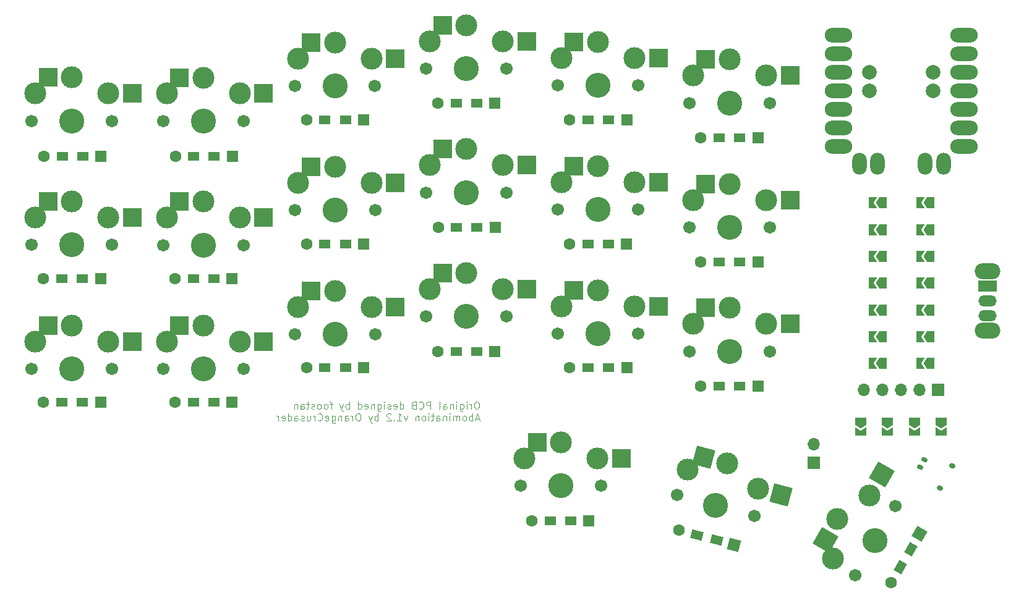
<source format=gbr>
%TF.GenerationSoftware,KiCad,Pcbnew,(6.0.0)*%
%TF.CreationDate,2023-02-19T18:14:09-06:00*%
%TF.ProjectId,corne-chocolate,636f726e-652d-4636-986f-636f6c617465,1.0*%
%TF.SameCoordinates,Original*%
%TF.FileFunction,Soldermask,Bot*%
%TF.FilePolarity,Negative*%
%FSLAX46Y46*%
G04 Gerber Fmt 4.6, Leading zero omitted, Abs format (unit mm)*
G04 Created by KiCad (PCBNEW (6.0.0)) date 2023-02-19 18:14:09*
%MOMM*%
%LPD*%
G01*
G04 APERTURE LIST*
G04 Aperture macros list*
%AMRoundRect*
0 Rectangle with rounded corners*
0 $1 Rounding radius*
0 $2 $3 $4 $5 $6 $7 $8 $9 X,Y pos of 4 corners*
0 Add a 4 corners polygon primitive as box body*
4,1,4,$2,$3,$4,$5,$6,$7,$8,$9,$2,$3,0*
0 Add four circle primitives for the rounded corners*
1,1,$1+$1,$2,$3*
1,1,$1+$1,$4,$5*
1,1,$1+$1,$6,$7*
1,1,$1+$1,$8,$9*
0 Add four rect primitives between the rounded corners*
20,1,$1+$1,$2,$3,$4,$5,0*
20,1,$1+$1,$4,$5,$6,$7,0*
20,1,$1+$1,$6,$7,$8,$9,0*
20,1,$1+$1,$8,$9,$2,$3,0*%
%AMRotRect*
0 Rectangle, with rotation*
0 The origin of the aperture is its center*
0 $1 length*
0 $2 width*
0 $3 Rotation angle, in degrees counterclockwise*
0 Add horizontal line*
21,1,$1,$2,0,0,$3*%
%AMFreePoly0*
4,1,6,1.000000,0.000000,0.500000,-0.750000,-0.500000,-0.750000,-0.500000,0.750000,0.500000,0.750000,1.000000,0.000000,1.000000,0.000000,$1*%
%AMFreePoly1*
4,1,6,0.500000,-0.750000,-0.650000,-0.750000,-0.150000,0.000000,-0.650000,0.750000,0.500000,0.750000,0.500000,-0.750000,0.500000,-0.750000,$1*%
G04 Aperture macros list end*
%ADD10C,0.125000*%
%ADD11O,3.748280X1.998980*%
%ADD12C,1.998980*%
%ADD13O,1.998980X2.998470*%
%ADD14C,1.000000*%
%ADD15R,1.600000X1.600000*%
%ADD16R,1.600000X1.200000*%
%ADD17C,1.600000*%
%ADD18RotRect,1.600000X1.600000X345.000000*%
%ADD19RotRect,1.600000X1.200000X345.000000*%
%ADD20RotRect,1.600000X1.200000X60.000000*%
%ADD21RotRect,1.600000X1.600000X60.000000*%
%ADD22C,3.000000*%
%ADD23C,1.701800*%
%ADD24C,3.429000*%
%ADD25R,2.600000X2.600000*%
%ADD26RotRect,2.600000X2.600000X165.000000*%
%ADD27RotRect,2.600000X2.600000X240.000000*%
%ADD28R,1.700000X1.700000*%
%ADD29O,1.700000X1.700000*%
%ADD30O,3.500000X2.200000*%
%ADD31R,2.500000X1.500000*%
%ADD32O,2.500000X1.500000*%
%ADD33FreePoly0,270.000000*%
%ADD34FreePoly1,270.000000*%
%ADD35FreePoly0,180.000000*%
%ADD36FreePoly1,180.000000*%
%ADD37RoundRect,0.150000X-0.163157X0.267404X-0.313157X0.007596X0.163157X-0.267404X0.313157X-0.007596X0*%
%ADD38RoundRect,0.175000X-0.107356X0.264054X-0.282356X-0.039054X0.107356X-0.264054X0.282356X0.039054X0*%
G04 APERTURE END LIST*
D10*
X-64259822Y-49647380D02*
X-64450298Y-49647380D01*
X-64545536Y-49695000D01*
X-64640774Y-49790238D01*
X-64688393Y-49980714D01*
X-64688393Y-50314047D01*
X-64640774Y-50504523D01*
X-64545536Y-50599761D01*
X-64450298Y-50647380D01*
X-64259822Y-50647380D01*
X-64164584Y-50599761D01*
X-64069346Y-50504523D01*
X-64021727Y-50314047D01*
X-64021727Y-49980714D01*
X-64069346Y-49790238D01*
X-64164584Y-49695000D01*
X-64259822Y-49647380D01*
X-65116965Y-50647380D02*
X-65116965Y-49980714D01*
X-65116965Y-50171190D02*
X-65164584Y-50075952D01*
X-65212203Y-50028333D01*
X-65307441Y-49980714D01*
X-65402679Y-49980714D01*
X-65736012Y-50647380D02*
X-65736012Y-49980714D01*
X-65736012Y-49647380D02*
X-65688393Y-49695000D01*
X-65736012Y-49742619D01*
X-65783631Y-49695000D01*
X-65736012Y-49647380D01*
X-65736012Y-49742619D01*
X-66640774Y-49980714D02*
X-66640774Y-50790238D01*
X-66593155Y-50885476D01*
X-66545536Y-50933095D01*
X-66450298Y-50980714D01*
X-66307441Y-50980714D01*
X-66212203Y-50933095D01*
X-66640774Y-50599761D02*
X-66545536Y-50647380D01*
X-66355060Y-50647380D01*
X-66259822Y-50599761D01*
X-66212203Y-50552142D01*
X-66164584Y-50456904D01*
X-66164584Y-50171190D01*
X-66212203Y-50075952D01*
X-66259822Y-50028333D01*
X-66355060Y-49980714D01*
X-66545536Y-49980714D01*
X-66640774Y-50028333D01*
X-67116965Y-50647380D02*
X-67116965Y-49980714D01*
X-67116965Y-49647380D02*
X-67069346Y-49695000D01*
X-67116965Y-49742619D01*
X-67164584Y-49695000D01*
X-67116965Y-49647380D01*
X-67116965Y-49742619D01*
X-67593155Y-49980714D02*
X-67593155Y-50647380D01*
X-67593155Y-50075952D02*
X-67640774Y-50028333D01*
X-67736012Y-49980714D01*
X-67878870Y-49980714D01*
X-67974108Y-50028333D01*
X-68021727Y-50123571D01*
X-68021727Y-50647380D01*
X-68926489Y-50647380D02*
X-68926489Y-50123571D01*
X-68878870Y-50028333D01*
X-68783631Y-49980714D01*
X-68593155Y-49980714D01*
X-68497917Y-50028333D01*
X-68926489Y-50599761D02*
X-68831250Y-50647380D01*
X-68593155Y-50647380D01*
X-68497917Y-50599761D01*
X-68450298Y-50504523D01*
X-68450298Y-50409285D01*
X-68497917Y-50314047D01*
X-68593155Y-50266428D01*
X-68831250Y-50266428D01*
X-68926489Y-50218809D01*
X-69545536Y-50647380D02*
X-69450298Y-50599761D01*
X-69402679Y-50504523D01*
X-69402679Y-49647380D01*
X-70688393Y-50647380D02*
X-70688393Y-49647380D01*
X-71069346Y-49647380D01*
X-71164584Y-49695000D01*
X-71212203Y-49742619D01*
X-71259822Y-49837857D01*
X-71259822Y-49980714D01*
X-71212203Y-50075952D01*
X-71164584Y-50123571D01*
X-71069346Y-50171190D01*
X-70688393Y-50171190D01*
X-72259822Y-50552142D02*
X-72212203Y-50599761D01*
X-72069346Y-50647380D01*
X-71974108Y-50647380D01*
X-71831250Y-50599761D01*
X-71736012Y-50504523D01*
X-71688393Y-50409285D01*
X-71640774Y-50218809D01*
X-71640774Y-50075952D01*
X-71688393Y-49885476D01*
X-71736012Y-49790238D01*
X-71831250Y-49695000D01*
X-71974108Y-49647380D01*
X-72069346Y-49647380D01*
X-72212203Y-49695000D01*
X-72259822Y-49742619D01*
X-73021727Y-50123571D02*
X-73164584Y-50171190D01*
X-73212203Y-50218809D01*
X-73259822Y-50314047D01*
X-73259822Y-50456904D01*
X-73212203Y-50552142D01*
X-73164584Y-50599761D01*
X-73069346Y-50647380D01*
X-72688393Y-50647380D01*
X-72688393Y-49647380D01*
X-73021727Y-49647380D01*
X-73116965Y-49695000D01*
X-73164584Y-49742619D01*
X-73212203Y-49837857D01*
X-73212203Y-49933095D01*
X-73164584Y-50028333D01*
X-73116965Y-50075952D01*
X-73021727Y-50123571D01*
X-72688393Y-50123571D01*
X-74878870Y-50647380D02*
X-74878870Y-49647380D01*
X-74878870Y-50599761D02*
X-74783631Y-50647380D01*
X-74593155Y-50647380D01*
X-74497917Y-50599761D01*
X-74450298Y-50552142D01*
X-74402679Y-50456904D01*
X-74402679Y-50171190D01*
X-74450298Y-50075952D01*
X-74497917Y-50028333D01*
X-74593155Y-49980714D01*
X-74783631Y-49980714D01*
X-74878870Y-50028333D01*
X-75736012Y-50599761D02*
X-75640774Y-50647380D01*
X-75450298Y-50647380D01*
X-75355060Y-50599761D01*
X-75307441Y-50504523D01*
X-75307441Y-50123571D01*
X-75355060Y-50028333D01*
X-75450298Y-49980714D01*
X-75640774Y-49980714D01*
X-75736012Y-50028333D01*
X-75783631Y-50123571D01*
X-75783631Y-50218809D01*
X-75307441Y-50314047D01*
X-76164584Y-50599761D02*
X-76259822Y-50647380D01*
X-76450298Y-50647380D01*
X-76545536Y-50599761D01*
X-76593155Y-50504523D01*
X-76593155Y-50456904D01*
X-76545536Y-50361666D01*
X-76450298Y-50314047D01*
X-76307441Y-50314047D01*
X-76212203Y-50266428D01*
X-76164584Y-50171190D01*
X-76164584Y-50123571D01*
X-76212203Y-50028333D01*
X-76307441Y-49980714D01*
X-76450298Y-49980714D01*
X-76545536Y-50028333D01*
X-77021727Y-50647380D02*
X-77021727Y-49980714D01*
X-77021727Y-49647380D02*
X-76974108Y-49695000D01*
X-77021727Y-49742619D01*
X-77069346Y-49695000D01*
X-77021727Y-49647380D01*
X-77021727Y-49742619D01*
X-77926489Y-49980714D02*
X-77926489Y-50790238D01*
X-77878870Y-50885476D01*
X-77831250Y-50933095D01*
X-77736012Y-50980714D01*
X-77593155Y-50980714D01*
X-77497917Y-50933095D01*
X-77926489Y-50599761D02*
X-77831250Y-50647380D01*
X-77640774Y-50647380D01*
X-77545536Y-50599761D01*
X-77497917Y-50552142D01*
X-77450298Y-50456904D01*
X-77450298Y-50171190D01*
X-77497917Y-50075952D01*
X-77545536Y-50028333D01*
X-77640774Y-49980714D01*
X-77831250Y-49980714D01*
X-77926489Y-50028333D01*
X-78402679Y-49980714D02*
X-78402679Y-50647380D01*
X-78402679Y-50075952D02*
X-78450298Y-50028333D01*
X-78545536Y-49980714D01*
X-78688393Y-49980714D01*
X-78783631Y-50028333D01*
X-78831250Y-50123571D01*
X-78831250Y-50647380D01*
X-79688393Y-50599761D02*
X-79593155Y-50647380D01*
X-79402679Y-50647380D01*
X-79307441Y-50599761D01*
X-79259822Y-50504523D01*
X-79259822Y-50123571D01*
X-79307441Y-50028333D01*
X-79402679Y-49980714D01*
X-79593155Y-49980714D01*
X-79688393Y-50028333D01*
X-79736012Y-50123571D01*
X-79736012Y-50218809D01*
X-79259822Y-50314047D01*
X-80593155Y-50647380D02*
X-80593155Y-49647380D01*
X-80593155Y-50599761D02*
X-80497917Y-50647380D01*
X-80307441Y-50647380D01*
X-80212203Y-50599761D01*
X-80164584Y-50552142D01*
X-80116965Y-50456904D01*
X-80116965Y-50171190D01*
X-80164584Y-50075952D01*
X-80212203Y-50028333D01*
X-80307441Y-49980714D01*
X-80497917Y-49980714D01*
X-80593155Y-50028333D01*
X-81831250Y-50647380D02*
X-81831250Y-49647380D01*
X-81831250Y-50028333D02*
X-81926489Y-49980714D01*
X-82116965Y-49980714D01*
X-82212203Y-50028333D01*
X-82259822Y-50075952D01*
X-82307441Y-50171190D01*
X-82307441Y-50456904D01*
X-82259822Y-50552142D01*
X-82212203Y-50599761D01*
X-82116965Y-50647380D01*
X-81926489Y-50647380D01*
X-81831250Y-50599761D01*
X-82640774Y-49980714D02*
X-82878870Y-50647380D01*
X-83116965Y-49980714D02*
X-82878870Y-50647380D01*
X-82783631Y-50885476D01*
X-82736012Y-50933095D01*
X-82640774Y-50980714D01*
X-84116965Y-49980714D02*
X-84497917Y-49980714D01*
X-84259822Y-50647380D02*
X-84259822Y-49790238D01*
X-84307441Y-49695000D01*
X-84402679Y-49647380D01*
X-84497917Y-49647380D01*
X-84974108Y-50647380D02*
X-84878870Y-50599761D01*
X-84831250Y-50552142D01*
X-84783631Y-50456904D01*
X-84783631Y-50171190D01*
X-84831250Y-50075952D01*
X-84878870Y-50028333D01*
X-84974108Y-49980714D01*
X-85116965Y-49980714D01*
X-85212203Y-50028333D01*
X-85259822Y-50075952D01*
X-85307441Y-50171190D01*
X-85307441Y-50456904D01*
X-85259822Y-50552142D01*
X-85212203Y-50599761D01*
X-85116965Y-50647380D01*
X-84974108Y-50647380D01*
X-85878870Y-50647380D02*
X-85783631Y-50599761D01*
X-85736012Y-50552142D01*
X-85688393Y-50456904D01*
X-85688393Y-50171190D01*
X-85736012Y-50075952D01*
X-85783631Y-50028333D01*
X-85878870Y-49980714D01*
X-86021727Y-49980714D01*
X-86116965Y-50028333D01*
X-86164584Y-50075952D01*
X-86212203Y-50171190D01*
X-86212203Y-50456904D01*
X-86164584Y-50552142D01*
X-86116965Y-50599761D01*
X-86021727Y-50647380D01*
X-85878870Y-50647380D01*
X-86593155Y-50599761D02*
X-86688393Y-50647380D01*
X-86878870Y-50647380D01*
X-86974108Y-50599761D01*
X-87021727Y-50504523D01*
X-87021727Y-50456904D01*
X-86974108Y-50361666D01*
X-86878870Y-50314047D01*
X-86736012Y-50314047D01*
X-86640774Y-50266428D01*
X-86593155Y-50171190D01*
X-86593155Y-50123571D01*
X-86640774Y-50028333D01*
X-86736012Y-49980714D01*
X-86878870Y-49980714D01*
X-86974108Y-50028333D01*
X-87307441Y-49980714D02*
X-87688393Y-49980714D01*
X-87450298Y-49647380D02*
X-87450298Y-50504523D01*
X-87497917Y-50599761D01*
X-87593155Y-50647380D01*
X-87688393Y-50647380D01*
X-88450298Y-50647380D02*
X-88450298Y-50123571D01*
X-88402679Y-50028333D01*
X-88307441Y-49980714D01*
X-88116965Y-49980714D01*
X-88021727Y-50028333D01*
X-88450298Y-50599761D02*
X-88355060Y-50647380D01*
X-88116965Y-50647380D01*
X-88021727Y-50599761D01*
X-87974108Y-50504523D01*
X-87974108Y-50409285D01*
X-88021727Y-50314047D01*
X-88116965Y-50266428D01*
X-88355060Y-50266428D01*
X-88450298Y-50218809D01*
X-88926489Y-49980714D02*
X-88926489Y-50647380D01*
X-88926489Y-50075952D02*
X-88974108Y-50028333D01*
X-89069346Y-49980714D01*
X-89212203Y-49980714D01*
X-89307441Y-50028333D01*
X-89355060Y-50123571D01*
X-89355060Y-50647380D01*
X-64021727Y-51971666D02*
X-64497917Y-51971666D01*
X-63926489Y-52257380D02*
X-64259822Y-51257380D01*
X-64593155Y-52257380D01*
X-64926489Y-52257380D02*
X-64926489Y-51257380D01*
X-64926489Y-51638333D02*
X-65021727Y-51590714D01*
X-65212203Y-51590714D01*
X-65307441Y-51638333D01*
X-65355060Y-51685952D01*
X-65402679Y-51781190D01*
X-65402679Y-52066904D01*
X-65355060Y-52162142D01*
X-65307441Y-52209761D01*
X-65212203Y-52257380D01*
X-65021727Y-52257380D01*
X-64926489Y-52209761D01*
X-65974108Y-52257380D02*
X-65878870Y-52209761D01*
X-65831250Y-52162142D01*
X-65783631Y-52066904D01*
X-65783631Y-51781190D01*
X-65831250Y-51685952D01*
X-65878870Y-51638333D01*
X-65974108Y-51590714D01*
X-66116965Y-51590714D01*
X-66212203Y-51638333D01*
X-66259822Y-51685952D01*
X-66307441Y-51781190D01*
X-66307441Y-52066904D01*
X-66259822Y-52162142D01*
X-66212203Y-52209761D01*
X-66116965Y-52257380D01*
X-65974108Y-52257380D01*
X-66736012Y-52257380D02*
X-66736012Y-51590714D01*
X-66736012Y-51685952D02*
X-66783631Y-51638333D01*
X-66878870Y-51590714D01*
X-67021727Y-51590714D01*
X-67116965Y-51638333D01*
X-67164584Y-51733571D01*
X-67164584Y-52257380D01*
X-67164584Y-51733571D02*
X-67212203Y-51638333D01*
X-67307441Y-51590714D01*
X-67450298Y-51590714D01*
X-67545536Y-51638333D01*
X-67593155Y-51733571D01*
X-67593155Y-52257380D01*
X-68069346Y-52257380D02*
X-68069346Y-51590714D01*
X-68069346Y-51257380D02*
X-68021727Y-51305000D01*
X-68069346Y-51352619D01*
X-68116965Y-51305000D01*
X-68069346Y-51257380D01*
X-68069346Y-51352619D01*
X-68545536Y-51590714D02*
X-68545536Y-52257380D01*
X-68545536Y-51685952D02*
X-68593155Y-51638333D01*
X-68688393Y-51590714D01*
X-68831250Y-51590714D01*
X-68926489Y-51638333D01*
X-68974108Y-51733571D01*
X-68974108Y-52257380D01*
X-69878870Y-52257380D02*
X-69878870Y-51733571D01*
X-69831250Y-51638333D01*
X-69736012Y-51590714D01*
X-69545536Y-51590714D01*
X-69450298Y-51638333D01*
X-69878870Y-52209761D02*
X-69783631Y-52257380D01*
X-69545536Y-52257380D01*
X-69450298Y-52209761D01*
X-69402679Y-52114523D01*
X-69402679Y-52019285D01*
X-69450298Y-51924047D01*
X-69545536Y-51876428D01*
X-69783631Y-51876428D01*
X-69878870Y-51828809D01*
X-70212203Y-51590714D02*
X-70593155Y-51590714D01*
X-70355060Y-51257380D02*
X-70355060Y-52114523D01*
X-70402679Y-52209761D01*
X-70497917Y-52257380D01*
X-70593155Y-52257380D01*
X-70926489Y-52257380D02*
X-70926489Y-51590714D01*
X-70926489Y-51257380D02*
X-70878870Y-51305000D01*
X-70926489Y-51352619D01*
X-70974108Y-51305000D01*
X-70926489Y-51257380D01*
X-70926489Y-51352619D01*
X-71545536Y-52257380D02*
X-71450298Y-52209761D01*
X-71402679Y-52162142D01*
X-71355060Y-52066904D01*
X-71355060Y-51781190D01*
X-71402679Y-51685952D01*
X-71450298Y-51638333D01*
X-71545536Y-51590714D01*
X-71688393Y-51590714D01*
X-71783631Y-51638333D01*
X-71831250Y-51685952D01*
X-71878870Y-51781190D01*
X-71878870Y-52066904D01*
X-71831250Y-52162142D01*
X-71783631Y-52209761D01*
X-71688393Y-52257380D01*
X-71545536Y-52257380D01*
X-72307441Y-51590714D02*
X-72307441Y-52257380D01*
X-72307441Y-51685952D02*
X-72355060Y-51638333D01*
X-72450298Y-51590714D01*
X-72593155Y-51590714D01*
X-72688393Y-51638333D01*
X-72736012Y-51733571D01*
X-72736012Y-52257380D01*
X-73878870Y-51590714D02*
X-74116965Y-52257380D01*
X-74355060Y-51590714D01*
X-75259822Y-52257380D02*
X-74688393Y-52257380D01*
X-74974108Y-52257380D02*
X-74974108Y-51257380D01*
X-74878870Y-51400238D01*
X-74783631Y-51495476D01*
X-74688393Y-51543095D01*
X-75688393Y-52162142D02*
X-75736012Y-52209761D01*
X-75688393Y-52257380D01*
X-75640774Y-52209761D01*
X-75688393Y-52162142D01*
X-75688393Y-52257380D01*
X-76116965Y-51352619D02*
X-76164584Y-51305000D01*
X-76259822Y-51257380D01*
X-76497917Y-51257380D01*
X-76593155Y-51305000D01*
X-76640774Y-51352619D01*
X-76688393Y-51447857D01*
X-76688393Y-51543095D01*
X-76640774Y-51685952D01*
X-76069346Y-52257380D01*
X-76688393Y-52257380D01*
X-77878870Y-52257380D02*
X-77878870Y-51257380D01*
X-77878870Y-51638333D02*
X-77974108Y-51590714D01*
X-78164584Y-51590714D01*
X-78259822Y-51638333D01*
X-78307441Y-51685952D01*
X-78355060Y-51781190D01*
X-78355060Y-52066904D01*
X-78307441Y-52162142D01*
X-78259822Y-52209761D01*
X-78164584Y-52257380D01*
X-77974108Y-52257380D01*
X-77878870Y-52209761D01*
X-78688393Y-51590714D02*
X-78926489Y-52257380D01*
X-79164584Y-51590714D02*
X-78926489Y-52257380D01*
X-78831250Y-52495476D01*
X-78783631Y-52543095D01*
X-78688393Y-52590714D01*
X-80497917Y-51257380D02*
X-80688393Y-51257380D01*
X-80783631Y-51305000D01*
X-80878870Y-51400238D01*
X-80926489Y-51590714D01*
X-80926489Y-51924047D01*
X-80878870Y-52114523D01*
X-80783631Y-52209761D01*
X-80688393Y-52257380D01*
X-80497917Y-52257380D01*
X-80402679Y-52209761D01*
X-80307441Y-52114523D01*
X-80259822Y-51924047D01*
X-80259822Y-51590714D01*
X-80307441Y-51400238D01*
X-80402679Y-51305000D01*
X-80497917Y-51257380D01*
X-81355060Y-52257380D02*
X-81355060Y-51590714D01*
X-81355060Y-51781190D02*
X-81402679Y-51685952D01*
X-81450298Y-51638333D01*
X-81545536Y-51590714D01*
X-81640774Y-51590714D01*
X-82402679Y-52257380D02*
X-82402679Y-51733571D01*
X-82355060Y-51638333D01*
X-82259822Y-51590714D01*
X-82069346Y-51590714D01*
X-81974108Y-51638333D01*
X-82402679Y-52209761D02*
X-82307441Y-52257380D01*
X-82069346Y-52257380D01*
X-81974108Y-52209761D01*
X-81926489Y-52114523D01*
X-81926489Y-52019285D01*
X-81974108Y-51924047D01*
X-82069346Y-51876428D01*
X-82307441Y-51876428D01*
X-82402679Y-51828809D01*
X-82878870Y-51590714D02*
X-82878870Y-52257380D01*
X-82878870Y-51685952D02*
X-82926489Y-51638333D01*
X-83021727Y-51590714D01*
X-83164584Y-51590714D01*
X-83259822Y-51638333D01*
X-83307441Y-51733571D01*
X-83307441Y-52257380D01*
X-84212203Y-51590714D02*
X-84212203Y-52400238D01*
X-84164584Y-52495476D01*
X-84116965Y-52543095D01*
X-84021727Y-52590714D01*
X-83878870Y-52590714D01*
X-83783631Y-52543095D01*
X-84212203Y-52209761D02*
X-84116965Y-52257380D01*
X-83926489Y-52257380D01*
X-83831250Y-52209761D01*
X-83783631Y-52162142D01*
X-83736012Y-52066904D01*
X-83736012Y-51781190D01*
X-83783631Y-51685952D01*
X-83831250Y-51638333D01*
X-83926489Y-51590714D01*
X-84116965Y-51590714D01*
X-84212203Y-51638333D01*
X-85069346Y-52209761D02*
X-84974108Y-52257380D01*
X-84783631Y-52257380D01*
X-84688393Y-52209761D01*
X-84640774Y-52114523D01*
X-84640774Y-51733571D01*
X-84688393Y-51638333D01*
X-84783631Y-51590714D01*
X-84974108Y-51590714D01*
X-85069346Y-51638333D01*
X-85116965Y-51733571D01*
X-85116965Y-51828809D01*
X-84640774Y-51924047D01*
X-86116965Y-52162142D02*
X-86069346Y-52209761D01*
X-85926489Y-52257380D01*
X-85831250Y-52257380D01*
X-85688393Y-52209761D01*
X-85593155Y-52114523D01*
X-85545536Y-52019285D01*
X-85497917Y-51828809D01*
X-85497917Y-51685952D01*
X-85545536Y-51495476D01*
X-85593155Y-51400238D01*
X-85688393Y-51305000D01*
X-85831250Y-51257380D01*
X-85926489Y-51257380D01*
X-86069346Y-51305000D01*
X-86116965Y-51352619D01*
X-86545536Y-52257380D02*
X-86545536Y-51590714D01*
X-86545536Y-51781190D02*
X-86593155Y-51685952D01*
X-86640774Y-51638333D01*
X-86736012Y-51590714D01*
X-86831250Y-51590714D01*
X-87593155Y-51590714D02*
X-87593155Y-52257380D01*
X-87164584Y-51590714D02*
X-87164584Y-52114523D01*
X-87212203Y-52209761D01*
X-87307441Y-52257380D01*
X-87450298Y-52257380D01*
X-87545536Y-52209761D01*
X-87593155Y-52162142D01*
X-88021727Y-52209761D02*
X-88116965Y-52257380D01*
X-88307441Y-52257380D01*
X-88402679Y-52209761D01*
X-88450298Y-52114523D01*
X-88450298Y-52066904D01*
X-88402679Y-51971666D01*
X-88307441Y-51924047D01*
X-88164584Y-51924047D01*
X-88069346Y-51876428D01*
X-88021727Y-51781190D01*
X-88021727Y-51733571D01*
X-88069346Y-51638333D01*
X-88164584Y-51590714D01*
X-88307441Y-51590714D01*
X-88402679Y-51638333D01*
X-89307441Y-52257380D02*
X-89307441Y-51733571D01*
X-89259822Y-51638333D01*
X-89164584Y-51590714D01*
X-88974108Y-51590714D01*
X-88878870Y-51638333D01*
X-89307441Y-52209761D02*
X-89212203Y-52257380D01*
X-88974108Y-52257380D01*
X-88878870Y-52209761D01*
X-88831250Y-52114523D01*
X-88831250Y-52019285D01*
X-88878870Y-51924047D01*
X-88974108Y-51876428D01*
X-89212203Y-51876428D01*
X-89307441Y-51828809D01*
X-90212203Y-52257380D02*
X-90212203Y-51257380D01*
X-90212203Y-52209761D02*
X-90116965Y-52257380D01*
X-89926489Y-52257380D01*
X-89831250Y-52209761D01*
X-89783631Y-52162142D01*
X-89736012Y-52066904D01*
X-89736012Y-51781190D01*
X-89783631Y-51685952D01*
X-89831250Y-51638333D01*
X-89926489Y-51590714D01*
X-90116965Y-51590714D01*
X-90212203Y-51638333D01*
X-91069346Y-52209761D02*
X-90974108Y-52257380D01*
X-90783631Y-52257380D01*
X-90688393Y-52209761D01*
X-90640774Y-52114523D01*
X-90640774Y-51733571D01*
X-90688393Y-51638333D01*
X-90783631Y-51590714D01*
X-90974108Y-51590714D01*
X-91069346Y-51638333D01*
X-91116965Y-51733571D01*
X-91116965Y-51828809D01*
X-90640774Y-51924047D01*
X-91545536Y-52257380D02*
X-91545536Y-51590714D01*
X-91545536Y-51781190D02*
X-91593155Y-51685952D01*
X-91640774Y-51638333D01*
X-91736012Y-51590714D01*
X-91831250Y-51590714D01*
D11*
%TO.C,U1*%
X-14812280Y564120D03*
X-14812280Y-1975880D03*
X-14812280Y-4515880D03*
X-14812280Y-7055880D03*
X-14812280Y-9595880D03*
X-14812280Y-12135880D03*
X-14812280Y-14675880D03*
X2352280Y-14675880D03*
X2352280Y-12135880D03*
X2352280Y-9595880D03*
X2352280Y-7055880D03*
X2352280Y-4515880D03*
X2352280Y-1975880D03*
X2352280Y564120D03*
D12*
X-10573400Y-4515880D03*
X-1885400Y-4515880D03*
X-10573400Y-7055880D03*
X-1885400Y-7055880D03*
D13*
X-9488700Y-17073700D03*
D14*
X-2945400Y-17933700D03*
D13*
X-2935400Y-17073700D03*
D14*
X-9485400Y-17953700D03*
D13*
X-11977900Y-17073700D03*
D14*
X-455400Y-17933700D03*
X-12005400Y-17973700D03*
D13*
X-446200Y-17073700D03*
%TD*%
D15*
%TO.C,D1*%
X-115825000Y-16000000D03*
D16*
X-118325000Y-16000000D03*
X-121125000Y-16000000D03*
D17*
X-123625000Y-16000000D03*
%TD*%
D16*
%TO.C,D2*%
X-100325000Y-16000000D03*
D15*
X-97825000Y-16000000D03*
D16*
X-103125000Y-16000000D03*
D17*
X-105625000Y-16000000D03*
%TD*%
D15*
%TO.C,D3*%
X-79850000Y-11000000D03*
D16*
X-82350000Y-11000000D03*
X-85150000Y-11000000D03*
D17*
X-87650000Y-11000000D03*
%TD*%
D16*
%TO.C,D4*%
X-64375000Y-8750000D03*
D15*
X-61875000Y-8750000D03*
D16*
X-67175000Y-8750000D03*
D17*
X-69675000Y-8750000D03*
%TD*%
D16*
%TO.C,D5*%
X-46325000Y-11000000D03*
D15*
X-43825000Y-11000000D03*
D16*
X-49125000Y-11000000D03*
D17*
X-51625000Y-11000000D03*
%TD*%
D15*
%TO.C,D6*%
X-25875000Y-13500000D03*
D16*
X-28375000Y-13500000D03*
D17*
X-33675000Y-13500000D03*
D16*
X-31175000Y-13500000D03*
%TD*%
%TO.C,D8*%
X-100375000Y-32750000D03*
D15*
X-97875000Y-32750000D03*
D16*
X-103175000Y-32750000D03*
D17*
X-105675000Y-32750000D03*
%TD*%
D16*
%TO.C,D9*%
X-82350000Y-28000000D03*
D15*
X-79850000Y-28000000D03*
D17*
X-87650000Y-28000000D03*
D16*
X-85150000Y-28000000D03*
%TD*%
D15*
%TO.C,D10*%
X-61850000Y-25750000D03*
D16*
X-64350000Y-25750000D03*
X-67150000Y-25750000D03*
D17*
X-69650000Y-25750000D03*
%TD*%
D16*
%TO.C,D11*%
X-46350000Y-28000000D03*
D15*
X-43850000Y-28000000D03*
D16*
X-49150000Y-28000000D03*
D17*
X-51650000Y-28000000D03*
%TD*%
D16*
%TO.C,D12*%
X-28375000Y-30500000D03*
D15*
X-25875000Y-30500000D03*
D16*
X-31175000Y-30500000D03*
D17*
X-33675000Y-30500000D03*
%TD*%
D15*
%TO.C,D14*%
X-97875000Y-49750000D03*
D16*
X-100375000Y-49750000D03*
D17*
X-105675000Y-49750000D03*
D16*
X-103175000Y-49750000D03*
%TD*%
%TO.C,D15*%
X-82350000Y-45000000D03*
D15*
X-79850000Y-45000000D03*
D16*
X-85150000Y-45000000D03*
D17*
X-87650000Y-45000000D03*
%TD*%
D16*
%TO.C,D16*%
X-64375000Y-42750000D03*
D15*
X-61875000Y-42750000D03*
D16*
X-67175000Y-42750000D03*
D17*
X-69675000Y-42750000D03*
%TD*%
D16*
%TO.C,D17*%
X-46325000Y-45000000D03*
D15*
X-43825000Y-45000000D03*
D16*
X-49125000Y-45000000D03*
D17*
X-51625000Y-45000000D03*
%TD*%
D16*
%TO.C,D18*%
X-28375000Y-47500000D03*
D15*
X-25875000Y-47500000D03*
D17*
X-33675000Y-47500000D03*
D16*
X-31175000Y-47500000D03*
%TD*%
D15*
%TO.C,D19*%
X-49025000Y-65949000D03*
D16*
X-51525000Y-65949000D03*
X-54325000Y-65949000D03*
D17*
X-56825000Y-65949000D03*
%TD*%
D18*
%TO.C,D20*%
X-29122889Y-69249394D03*
D19*
X-31537704Y-68602347D03*
X-34242296Y-67877653D03*
D17*
X-36657111Y-67230606D03*
%TD*%
D20*
%TO.C,D21*%
X-4963000Y-69873564D03*
D21*
X-3713000Y-67708501D03*
D20*
X-6363000Y-72298436D03*
D17*
X-7613000Y-74463499D03*
%TD*%
D22*
%TO.C,SW1*%
X-119797200Y-5219600D03*
D23*
X-125297200Y-11169600D03*
X-114297200Y-11169600D03*
D22*
X-114797200Y-7419600D03*
X-124797200Y-7419600D03*
D24*
X-119797200Y-11169600D03*
D25*
X-123072200Y-5219600D03*
X-111522200Y-7419600D03*
%TD*%
D23*
%TO.C,SW2*%
X-96303100Y-11173400D03*
D22*
X-106803100Y-7423400D03*
D24*
X-101803100Y-11173400D03*
D22*
X-101803100Y-5223400D03*
X-96803100Y-7423400D03*
D23*
X-107303100Y-11173400D03*
D25*
X-105078100Y-5223400D03*
X-93528100Y-7423400D03*
%TD*%
D24*
%TO.C,SW3*%
X-83789000Y-6396600D03*
D23*
X-78289000Y-6396600D03*
X-89289000Y-6396600D03*
D22*
X-83789000Y-446600D03*
X-78789000Y-2646600D03*
X-88789000Y-2646600D03*
D25*
X-87064000Y-446600D03*
X-75514000Y-2646600D03*
%TD*%
D22*
%TO.C,SW4*%
X-70779000Y-236800D03*
D23*
X-71279000Y-3986800D03*
D22*
X-65779000Y1963200D03*
X-60779000Y-236800D03*
D23*
X-60279000Y-3986800D03*
D24*
X-65779000Y-3986800D03*
D25*
X-69054000Y1963200D03*
X-57504000Y-236800D03*
%TD*%
D23*
%TO.C,SW5*%
X-53263000Y-6307900D03*
X-42263000Y-6307900D03*
D22*
X-52763000Y-2557900D03*
D24*
X-47763000Y-6307900D03*
D22*
X-42763000Y-2557900D03*
X-47763000Y-357900D03*
D25*
X-51038000Y-357900D03*
X-39488000Y-2557900D03*
%TD*%
D24*
%TO.C,SW6*%
X-29750000Y-8708900D03*
D22*
X-29750000Y-2758900D03*
X-24750000Y-4958900D03*
D23*
X-24250000Y-8708900D03*
D22*
X-34750000Y-4958900D03*
D23*
X-35250000Y-8708900D03*
D25*
X-33025000Y-2758900D03*
X-21475000Y-4958900D03*
%TD*%
D22*
%TO.C,SW7*%
X-114797200Y-24402500D03*
D23*
X-114297200Y-28152500D03*
D22*
X-124797200Y-24402500D03*
D24*
X-119797200Y-28152500D03*
D23*
X-125297200Y-28152500D03*
D22*
X-119797200Y-22202500D03*
D25*
X-123072200Y-22202500D03*
X-111522200Y-24402500D03*
%TD*%
D23*
%TO.C,SW8*%
X-107303100Y-28187000D03*
D24*
X-101803100Y-28187000D03*
D22*
X-106803100Y-24437000D03*
X-96803100Y-24437000D03*
X-101803100Y-22237000D03*
D23*
X-96303100Y-28187000D03*
D25*
X-105078100Y-22237000D03*
X-93528100Y-24437000D03*
%TD*%
D23*
%TO.C,SW9*%
X-89287000Y-23385200D03*
D22*
X-78787000Y-19635200D03*
D23*
X-78287000Y-23385200D03*
D22*
X-83787000Y-17435200D03*
X-88787000Y-19635200D03*
D24*
X-83787000Y-23385200D03*
D25*
X-87062000Y-17435200D03*
X-75512000Y-19635200D03*
%TD*%
D23*
%TO.C,SW10*%
X-60272000Y-20988000D03*
X-71272000Y-20988000D03*
D22*
X-70772000Y-17238000D03*
X-65772000Y-15038000D03*
D24*
X-65772000Y-20988000D03*
D22*
X-60772000Y-17238000D03*
D25*
X-69047000Y-15038000D03*
X-57497000Y-17238000D03*
%TD*%
D22*
%TO.C,SW11*%
X-52763000Y-19572700D03*
X-42763000Y-19572700D03*
X-47763000Y-17372700D03*
D23*
X-53263000Y-23322700D03*
D24*
X-47763000Y-23322700D03*
D23*
X-42263000Y-23322700D03*
D25*
X-51038000Y-17372700D03*
X-39488000Y-19572700D03*
%TD*%
D22*
%TO.C,SW12*%
X-29750000Y-19800000D03*
D23*
X-35250000Y-25750000D03*
X-24250000Y-25750000D03*
D22*
X-34750000Y-22000000D03*
X-24750000Y-22000000D03*
D24*
X-29750000Y-25750000D03*
D25*
X-33025000Y-19800000D03*
X-21475000Y-22000000D03*
%TD*%
D22*
%TO.C,SW13*%
X-124797200Y-41433000D03*
X-114797200Y-41433000D03*
D24*
X-119797200Y-45183000D03*
D22*
X-119797200Y-39233000D03*
D23*
X-125297200Y-45183000D03*
X-114297200Y-45183000D03*
D25*
X-123072200Y-39233000D03*
X-111522200Y-41433000D03*
%TD*%
D23*
%TO.C,SW14*%
X-96303100Y-45171000D03*
D22*
X-96803100Y-41421000D03*
D23*
X-107303100Y-45171000D03*
D24*
X-101803100Y-45171000D03*
D22*
X-101803100Y-39221000D03*
X-106803100Y-41421000D03*
D25*
X-105078100Y-39221000D03*
X-93528100Y-41421000D03*
%TD*%
D22*
%TO.C,SW15*%
X-88786000Y-36648000D03*
X-78786000Y-36648000D03*
D24*
X-83786000Y-40398000D03*
D23*
X-78286000Y-40398000D03*
X-89286000Y-40398000D03*
D22*
X-83786000Y-34448000D03*
D25*
X-87061000Y-34448000D03*
X-75511000Y-36648000D03*
%TD*%
D23*
%TO.C,SW16*%
X-71283000Y-37977000D03*
D22*
X-70783000Y-34227000D03*
D23*
X-60283000Y-37977000D03*
D22*
X-65783000Y-32027000D03*
X-60783000Y-34227000D03*
D24*
X-65783000Y-37977000D03*
D25*
X-69058000Y-32027000D03*
X-57508000Y-34227000D03*
%TD*%
D22*
%TO.C,SW17*%
X-52763000Y-36564000D03*
X-42763000Y-36564000D03*
X-47763000Y-34364000D03*
D23*
X-53263000Y-40314000D03*
D24*
X-47763000Y-40314000D03*
D23*
X-42263000Y-40314000D03*
D25*
X-51038000Y-34364000D03*
X-39488000Y-36564000D03*
%TD*%
D22*
%TO.C,SW19*%
X-52815000Y-55200000D03*
D23*
X-47315000Y-61150000D03*
X-58315000Y-61150000D03*
D22*
X-57815000Y-57400000D03*
X-47815000Y-57400000D03*
D24*
X-52815000Y-61150000D03*
D25*
X-56090000Y-55200000D03*
X-44540000Y-57400000D03*
%TD*%
D22*
%TO.C,SW20*%
X-30096027Y-58115741D03*
D23*
X-36948592Y-62439495D03*
D22*
X-35495058Y-58946683D03*
D23*
X-26323408Y-65286505D03*
D24*
X-31636000Y-63863000D03*
D22*
X-25835799Y-61534873D03*
D26*
X-33259434Y-57268109D03*
X-22672392Y-62382506D03*
%TD*%
D22*
%TO.C,SW21*%
X-10562595Y-62494873D03*
D23*
X-7065000Y-63936860D03*
D22*
X-14967851Y-65725000D03*
D23*
X-12565000Y-73463140D03*
D22*
X-15562595Y-71155127D03*
D24*
X-9815000Y-68700000D03*
D27*
X-16605351Y-68561233D03*
X-8925095Y-59658640D03*
%TD*%
D23*
%TO.C,SW18*%
X-24243000Y-42740000D03*
D22*
X-29743000Y-36790000D03*
X-24743000Y-38990000D03*
D23*
X-35243000Y-42740000D03*
D22*
X-34743000Y-38990000D03*
D24*
X-29743000Y-42740000D03*
D25*
X-33018000Y-36790000D03*
X-21468000Y-38990000D03*
%TD*%
D16*
%TO.C,D13*%
X-118375000Y-49750000D03*
D15*
X-115875000Y-49750000D03*
D16*
X-121175000Y-49750000D03*
D17*
X-123675000Y-49750000D03*
%TD*%
D16*
%TO.C,D7*%
X-118375000Y-32750000D03*
D15*
X-115875000Y-32750000D03*
D17*
X-123675000Y-32750000D03*
D16*
X-121175000Y-32750000D03*
%TD*%
D28*
%TO.C,J9*%
X-18225000Y-58010000D03*
D29*
X-18225000Y-55470000D03*
%TD*%
D30*
%TO.C,SW23*%
X5536500Y-39928000D03*
X5536500Y-31728000D03*
D31*
X5536500Y-33828000D03*
D32*
X5536500Y-35828000D03*
X5536500Y-37828000D03*
%TD*%
D28*
%TO.C,J1*%
X-1235000Y-48000000D03*
D29*
X-3775000Y-48000000D03*
X-6315000Y-48000000D03*
X-8855000Y-48000000D03*
X-11395000Y-48000000D03*
%TD*%
D33*
%TO.C,JP10*%
X-8109800Y-52325000D03*
D34*
X-8109800Y-53775000D03*
%TD*%
D35*
%TO.C,JP38*%
X-2206900Y-22396700D03*
D36*
X-3656900Y-22396700D03*
%TD*%
D33*
%TO.C,JP1*%
X-11796400Y-52325000D03*
D34*
X-11796400Y-53775000D03*
%TD*%
D35*
%TO.C,JP43*%
X-2206900Y-40738300D03*
D36*
X-3656900Y-40738300D03*
%TD*%
D35*
%TO.C,JP9*%
X-8760200Y-44406700D03*
D36*
X-10210200Y-44406700D03*
%TD*%
D35*
%TO.C,JP41*%
X-2206900Y-33401700D03*
D36*
X-3656900Y-33401700D03*
%TD*%
D35*
%TO.C,JP5*%
X-8760200Y-29733300D03*
D36*
X-10210200Y-29733300D03*
%TD*%
D35*
%TO.C,JP8*%
X-8760200Y-40738300D03*
D36*
X-10210200Y-40738300D03*
%TD*%
D35*
%TO.C,JP3*%
X-8760200Y-22396700D03*
D36*
X-10210200Y-22396700D03*
%TD*%
D37*
%TO.C,J8*%
X-3053798Y-57572885D03*
X-3653798Y-58612115D03*
D38*
X790448Y-58464456D03*
X-959552Y-61495544D03*
%TD*%
D35*
%TO.C,JP44*%
X-2206900Y-44406700D03*
D36*
X-3656900Y-44406700D03*
%TD*%
D35*
%TO.C,JP6*%
X-8760200Y-33401700D03*
D36*
X-10210200Y-33401700D03*
%TD*%
D35*
%TO.C,JP40*%
X-2206900Y-29733300D03*
D36*
X-3656900Y-29733300D03*
%TD*%
D33*
%TO.C,JP14*%
X-736400Y-52325000D03*
D34*
X-736400Y-53775000D03*
%TD*%
D35*
%TO.C,JP7*%
X-8760200Y-37070000D03*
D36*
X-10210200Y-37070000D03*
%TD*%
D33*
%TO.C,JP12*%
X-4423100Y-52325000D03*
D34*
X-4423100Y-53775000D03*
%TD*%
D35*
%TO.C,JP39*%
X-2206900Y-26065000D03*
D36*
X-3656900Y-26065000D03*
%TD*%
D35*
%TO.C,JP42*%
X-2206900Y-37070000D03*
D36*
X-3656900Y-37070000D03*
%TD*%
D35*
%TO.C,JP4*%
X-8760200Y-26065000D03*
D36*
X-10210200Y-26065000D03*
%TD*%
M02*

</source>
